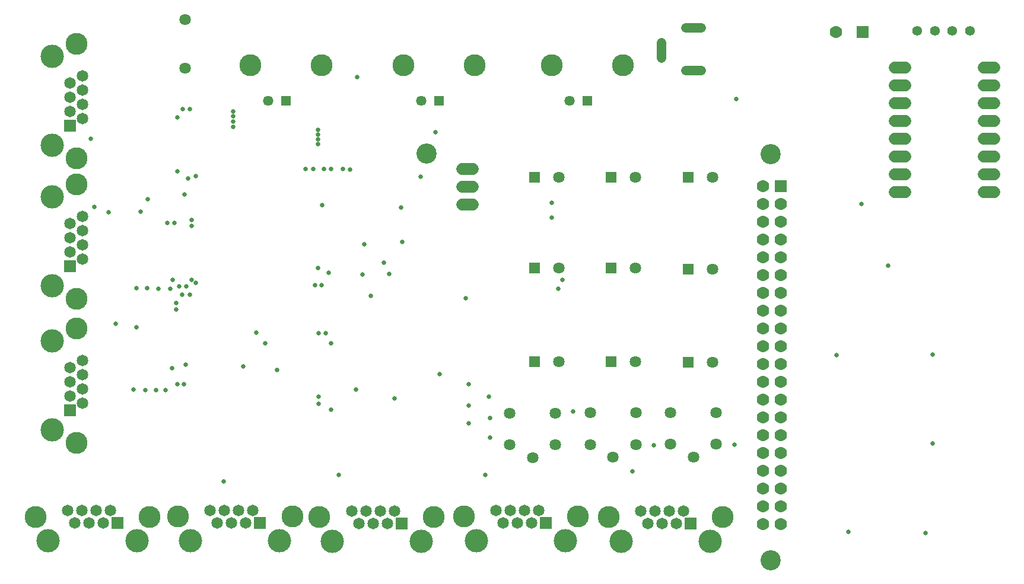
<source format=gbr>
G04 EAGLE Gerber RS-274X export*
G75*
%MOMM*%
%FSLAX34Y34*%
%LPD*%
%INSoldermask Bottom*%
%IPPOS*%
%AMOC8*
5,1,8,0,0,1.08239X$1,22.5*%
G01*
G04 Define Apertures*
%ADD10C,2.877000*%
%ADD11C,1.627000*%
%ADD12R,1.627000X1.627000*%
%ADD13C,1.651000*%
%ADD14R,1.462000X1.462000*%
%ADD15C,1.462000*%
%ADD16C,3.127000*%
%ADD17C,1.651000*%
%ADD18R,1.651000X1.651000*%
%ADD19C,3.327000*%
%ADD20C,1.327000*%
%ADD21C,1.387000*%
%ADD22R,1.777000X1.777000*%
%ADD23C,1.777000*%
%ADD24C,0.652000*%
D10*
X1085850Y44450D03*
X594850Y624770D03*
X1085850Y624450D03*
D11*
X249960Y816410D03*
X249960Y746410D03*
D12*
X967990Y326740D03*
D11*
X1002990Y326740D03*
D13*
X1389150Y569490D02*
X1404390Y569490D01*
X1404390Y594890D02*
X1389150Y594890D01*
X1389150Y620290D02*
X1404390Y620290D01*
X1404390Y645690D02*
X1389150Y645690D01*
X1389150Y671090D02*
X1404390Y671090D01*
X1404390Y696490D02*
X1389150Y696490D01*
X1389150Y721890D02*
X1404390Y721890D01*
X1404390Y747290D02*
X1389150Y747290D01*
X1277390Y569490D02*
X1262150Y569490D01*
X1262150Y594890D02*
X1277390Y594890D01*
X1277390Y620290D02*
X1262150Y620290D01*
X1262150Y645690D02*
X1277390Y645690D01*
X1277390Y671090D02*
X1262150Y671090D01*
X1262150Y696490D02*
X1277390Y696490D01*
X1277390Y721890D02*
X1262150Y721890D01*
X1262150Y747290D02*
X1277390Y747290D01*
D14*
X393470Y700300D03*
D15*
X368070Y700300D03*
D16*
X444270Y751100D03*
X342670Y751100D03*
D14*
X824000Y700300D03*
D15*
X798600Y700300D03*
D16*
X874800Y751100D03*
X773200Y751100D03*
D17*
X900154Y114578D03*
X920474Y114578D03*
X940794Y114578D03*
X961114Y114578D03*
X910314Y96798D03*
X930634Y96798D03*
X950954Y96798D03*
D18*
X971274Y96798D03*
D19*
X872214Y71398D03*
X999214Y71398D03*
D16*
X1017214Y105988D03*
X854214Y105988D03*
D17*
X693645Y115079D03*
X713965Y115079D03*
X734285Y115079D03*
X754605Y115079D03*
X703805Y97299D03*
X724125Y97299D03*
X744445Y97299D03*
D18*
X764765Y97299D03*
D19*
X665705Y71899D03*
X792705Y71899D03*
D16*
X810705Y106489D03*
X647705Y106489D03*
D17*
X487404Y114578D03*
X507724Y114578D03*
X528044Y114578D03*
X548364Y114578D03*
X497564Y96798D03*
X517884Y96798D03*
X538204Y96798D03*
D18*
X558524Y96798D03*
D19*
X459464Y71398D03*
X586464Y71398D03*
D16*
X604464Y105988D03*
X441464Y105988D03*
D17*
X285745Y115309D03*
X306065Y115309D03*
X326385Y115309D03*
X346705Y115309D03*
X295905Y97529D03*
X316225Y97529D03*
X336545Y97529D03*
D18*
X356865Y97529D03*
D19*
X257805Y72129D03*
X384805Y72129D03*
D16*
X402805Y106719D03*
X239805Y106719D03*
D17*
X82119Y114883D03*
X102439Y114883D03*
X122759Y114883D03*
X143079Y114883D03*
X92279Y97103D03*
X112599Y97103D03*
X132919Y97103D03*
D18*
X153239Y97103D03*
D19*
X54179Y71703D03*
X181179Y71703D03*
D16*
X199179Y106293D03*
X36179Y106293D03*
D17*
X103400Y329160D03*
X103400Y308840D03*
X103400Y288520D03*
X103400Y268200D03*
X85620Y319000D03*
X85620Y298680D03*
X85620Y278360D03*
D18*
X85620Y258040D03*
D19*
X60220Y357100D03*
X60220Y230100D03*
D16*
X94810Y212100D03*
X94810Y375100D03*
D17*
X103400Y534900D03*
X103400Y514580D03*
X103400Y494260D03*
X103400Y473940D03*
X85620Y524740D03*
X85620Y504420D03*
X85620Y484100D03*
D18*
X85620Y463780D03*
D19*
X60220Y562840D03*
X60220Y435840D03*
D16*
X94810Y417840D03*
X94810Y580840D03*
D17*
X103400Y735560D03*
X103400Y715240D03*
X103400Y694920D03*
X103400Y674600D03*
X85620Y725400D03*
X85620Y705080D03*
X85620Y684760D03*
D18*
X85620Y664440D03*
D19*
X60220Y763500D03*
X60220Y636500D03*
D16*
X94810Y618500D03*
X94810Y781500D03*
D20*
X964410Y804370D02*
X986410Y804370D01*
X929410Y782870D02*
X929410Y760870D01*
X964410Y743370D02*
X986410Y743370D01*
D21*
X1294870Y799870D03*
X1319870Y799870D03*
X1344870Y799870D03*
X1369870Y799870D03*
D12*
X857500Y328010D03*
D11*
X892500Y328010D03*
D12*
X748280Y328010D03*
D11*
X783280Y328010D03*
D12*
X967990Y460090D03*
D11*
X1002990Y460090D03*
D12*
X857500Y461360D03*
D11*
X892500Y461360D03*
D12*
X748280Y461360D03*
D11*
X783280Y461360D03*
D12*
X967990Y590900D03*
D11*
X1002990Y590900D03*
D12*
X857500Y590900D03*
D11*
X892500Y590900D03*
D12*
X748280Y590900D03*
D11*
X783280Y590900D03*
D14*
X611910Y700300D03*
D15*
X586510Y700300D03*
D16*
X662710Y751100D03*
X561110Y751100D03*
D22*
X1216430Y798090D03*
D23*
X1178330Y798090D03*
D22*
X1099550Y578230D03*
D23*
X1074150Y578230D03*
X1099550Y552830D03*
X1074150Y552830D03*
X1099550Y527430D03*
X1074150Y527430D03*
X1099550Y502030D03*
X1074150Y502030D03*
X1099550Y476630D03*
X1074150Y476630D03*
X1099550Y451230D03*
X1074150Y451230D03*
X1099550Y425830D03*
X1074150Y425830D03*
X1099550Y400430D03*
X1074150Y400430D03*
X1099550Y375030D03*
X1074150Y375030D03*
X1099550Y349630D03*
X1074150Y349630D03*
X1099550Y324230D03*
X1074150Y324230D03*
X1099550Y298830D03*
X1074150Y298830D03*
X1099550Y273430D03*
X1074150Y273430D03*
X1099550Y248030D03*
X1074150Y248030D03*
X1099550Y222630D03*
X1074150Y222630D03*
X1099550Y197230D03*
X1074150Y197230D03*
X1099550Y171830D03*
X1074150Y171830D03*
X1099550Y146430D03*
X1074150Y146430D03*
X1099550Y121030D03*
X1074150Y121030D03*
X1099550Y95630D03*
X1074150Y95630D03*
D13*
X660630Y552120D02*
X645390Y552120D01*
X645390Y577520D02*
X660630Y577520D01*
X660630Y602920D02*
X645390Y602920D01*
D11*
X942650Y254700D03*
X1007650Y254700D03*
X1007650Y209700D03*
X942650Y209700D03*
X975150Y191200D03*
X828096Y254580D03*
X893096Y254580D03*
X893096Y209580D03*
X828096Y209580D03*
X860596Y191080D03*
X713256Y254088D03*
X778256Y254088D03*
X778256Y209088D03*
X713256Y209088D03*
X745756Y190588D03*
D24*
X1036090Y702840D03*
X1215160Y552980D03*
X1033582Y209400D03*
X1306600Y83080D03*
X1196110Y84350D03*
X650340Y418280D03*
X918520Y208130D03*
X1179830Y336880D03*
X1253490Y465150D03*
X1316990Y337820D03*
X803656Y256540D03*
X654812Y265176D03*
X654812Y295910D03*
X248920Y566420D03*
X196850Y560070D03*
X440690Y368300D03*
X450850Y368300D03*
X654812Y239353D03*
X421640Y603250D03*
X448310Y603250D03*
X474980Y603250D03*
X176530Y288290D03*
X208280Y287020D03*
X222250Y287020D03*
X351790Y369570D03*
X231140Y318770D03*
X180340Y433070D03*
X212090Y431800D03*
X228600Y431800D03*
X238760Y599440D03*
X259191Y521970D03*
X234950Y525780D03*
X256540Y688340D03*
X238760Y676910D03*
X241300Y435610D03*
X254000Y589280D03*
X259080Y444500D03*
X440690Y278130D03*
X440690Y267970D03*
X494030Y288290D03*
X444500Y436880D03*
X435610Y436880D03*
X439420Y461351D03*
X495300Y734060D03*
X607060Y655320D03*
X332470Y321310D03*
X613410Y309880D03*
X237166Y402266D03*
X180340Y377190D03*
X1316736Y210566D03*
X195665Y432308D03*
X193125Y287020D03*
X247905Y295910D03*
X238591Y295910D03*
X245621Y423161D03*
X256670Y423288D03*
X485140Y601980D03*
X683768Y277622D03*
X684784Y247650D03*
X684784Y219710D03*
X237211Y411201D03*
X458470Y603250D03*
X433070Y603250D03*
X250889Y323405D03*
X246380Y688340D03*
X186690Y542290D03*
X251460Y435610D03*
X458470Y259080D03*
X458470Y354330D03*
X445770Y551180D03*
X548640Y275590D03*
X541274Y452897D03*
X454553Y454660D03*
X558038Y547624D03*
X560070Y498856D03*
X150614Y382270D03*
X120650Y548640D03*
X887984Y170688D03*
X439453Y638777D03*
X439420Y658370D03*
X305054Y156718D03*
X678434Y165608D03*
X439453Y645297D03*
X318770Y662940D03*
X468884Y165608D03*
X439453Y651817D03*
X318770Y670560D03*
X318803Y684733D03*
X318770Y678180D03*
X773430Y533400D03*
X773430Y554990D03*
X505460Y495300D03*
X502920Y452120D03*
X586232Y591631D03*
X364490Y354330D03*
X515112Y421894D03*
X533646Y468876D03*
X381000Y316230D03*
X265346Y440111D03*
X232410Y444500D03*
X259191Y529695D03*
X224790Y525780D03*
X265057Y592315D03*
X140970Y541020D03*
X115570Y646007D03*
X788670Y444500D03*
X782320Y431800D03*
M02*

</source>
